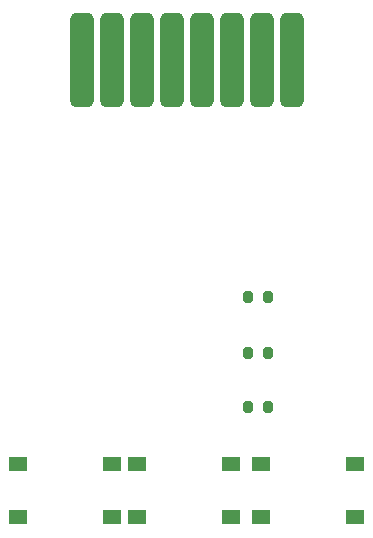
<source format=gtp>
G04 #@! TF.GenerationSoftware,KiCad,Pcbnew,(6.0.4)*
G04 #@! TF.CreationDate,2023-05-30T12:56:23+02:00*
G04 #@! TF.ProjectId,MicroPicoDriveCartridge,4d696372-6f50-4696-936f-447269766543,rev?*
G04 #@! TF.SameCoordinates,Original*
G04 #@! TF.FileFunction,Paste,Top*
G04 #@! TF.FilePolarity,Positive*
%FSLAX46Y46*%
G04 Gerber Fmt 4.6, Leading zero omitted, Abs format (unit mm)*
G04 Created by KiCad (PCBNEW (6.0.4)) date 2023-05-30 12:56:23*
%MOMM*%
%LPD*%
G01*
G04 APERTURE LIST*
G04 Aperture macros list*
%AMRoundRect*
0 Rectangle with rounded corners*
0 $1 Rounding radius*
0 $2 $3 $4 $5 $6 $7 $8 $9 X,Y pos of 4 corners*
0 Add a 4 corners polygon primitive as box body*
4,1,4,$2,$3,$4,$5,$6,$7,$8,$9,$2,$3,0*
0 Add four circle primitives for the rounded corners*
1,1,$1+$1,$2,$3*
1,1,$1+$1,$4,$5*
1,1,$1+$1,$6,$7*
1,1,$1+$1,$8,$9*
0 Add four rect primitives between the rounded corners*
20,1,$1+$1,$2,$3,$4,$5,0*
20,1,$1+$1,$4,$5,$6,$7,0*
20,1,$1+$1,$6,$7,$8,$9,0*
20,1,$1+$1,$8,$9,$2,$3,0*%
G04 Aperture macros list end*
%ADD10RoundRect,0.200000X-0.200000X-0.275000X0.200000X-0.275000X0.200000X0.275000X-0.200000X0.275000X0*%
%ADD11RoundRect,0.500000X-0.500000X-3.500000X0.500000X-3.500000X0.500000X3.500000X-0.500000X3.500000X0*%
%ADD12R,1.550000X1.300000*%
G04 APERTURE END LIST*
D10*
X147925000Y-92825000D03*
X149575000Y-92825000D03*
D11*
X133835000Y-67975000D03*
X136375000Y-67975000D03*
X138915000Y-67975000D03*
X141455000Y-67975000D03*
X143995000Y-67975000D03*
X146535000Y-67975000D03*
X149075000Y-67975000D03*
X151615000Y-67975000D03*
D12*
X136400000Y-102250000D03*
X128450000Y-102250000D03*
X136400000Y-106750000D03*
X128450000Y-106750000D03*
X146475000Y-102250000D03*
X138525000Y-102250000D03*
X146475000Y-106750000D03*
X138525000Y-106750000D03*
D10*
X147925000Y-97400000D03*
X149575000Y-97400000D03*
D12*
X157000000Y-102225000D03*
X149050000Y-102225000D03*
X157000000Y-106725000D03*
X149050000Y-106725000D03*
D10*
X147925000Y-88100000D03*
X149575000Y-88100000D03*
M02*

</source>
